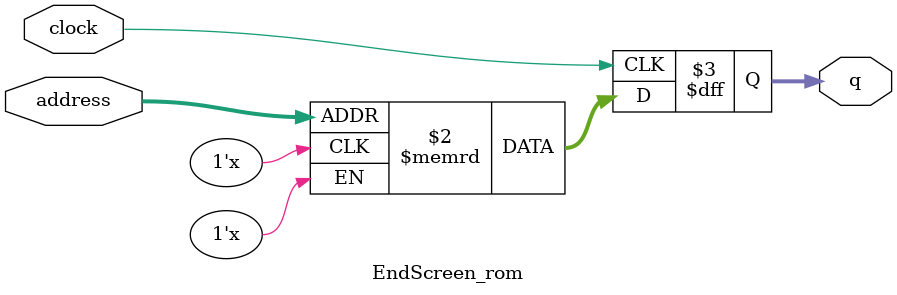
<source format=sv>
module EndScreen_rom (
	input logic clock,
	input logic [13:0] address,
	output logic [2:0] q
);

logic [2:0] memory [0:12284] /* synthesis ram_init_file = "C:\Users\David\Desktop\ECE385\Final\Lab_6\statebackground\EndScreen\EndScreen.mif" */;

always_ff @ (posedge clock) begin
	q <= memory[address];
end

endmodule

</source>
